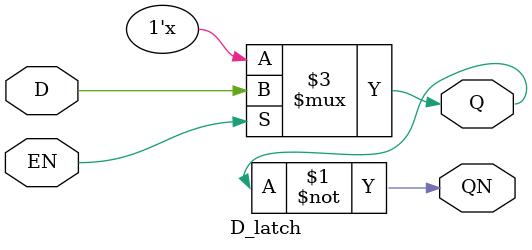
<source format=v>
module D_latch(Q,QN,D,EN);
  output Q,QN;
  input D,EN;
  reg Q;
  assign QN=~Q;
  always @(EN or D)
    if(EN) Q<=D;
endmodule
</source>
